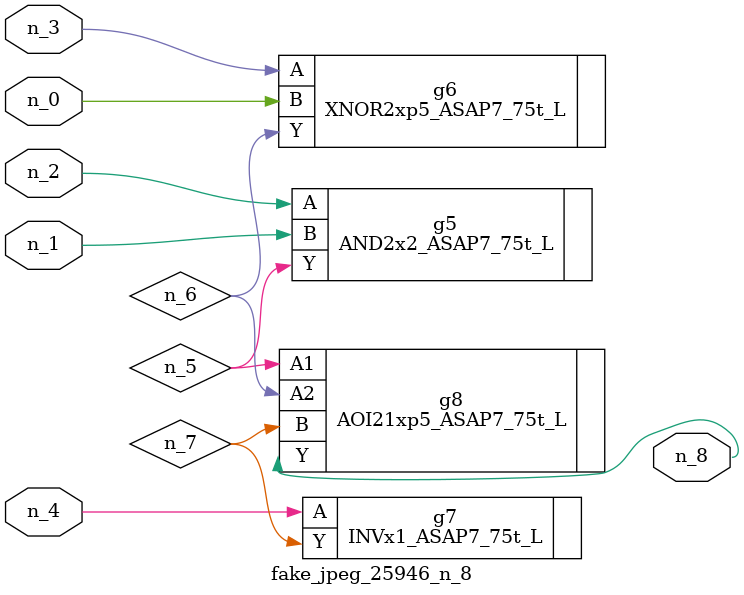
<source format=v>
module fake_jpeg_25946_n_8 (n_3, n_2, n_1, n_0, n_4, n_8);

input n_3;
input n_2;
input n_1;
input n_0;
input n_4;

output n_8;

wire n_6;
wire n_5;
wire n_7;

AND2x2_ASAP7_75t_L g5 ( 
.A(n_2),
.B(n_1),
.Y(n_5)
);

XNOR2xp5_ASAP7_75t_L g6 ( 
.A(n_3),
.B(n_0),
.Y(n_6)
);

INVx1_ASAP7_75t_L g7 ( 
.A(n_4),
.Y(n_7)
);

AOI21xp5_ASAP7_75t_L g8 ( 
.A1(n_5),
.A2(n_6),
.B(n_7),
.Y(n_8)
);


endmodule
</source>
